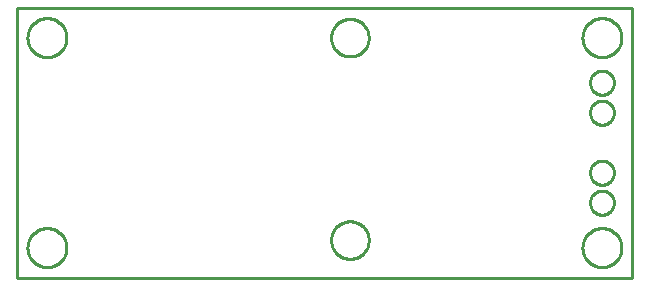
<source format=gbr>
G04 EAGLE Gerber RS-274X export*
G75*
%MOMM*%
%FSLAX34Y34*%
%LPD*%
%IN*%
%IPPOS*%
%AMOC8*
5,1,8,0,0,1.08239X$1,22.5*%
G01*
%ADD10C,0.254000*%


D10*
X0Y0D02*
X520700Y0D01*
X520700Y228600D01*
X0Y228600D01*
X0Y0D01*
X297815Y202680D02*
X297747Y201643D01*
X297611Y200613D01*
X297409Y199593D01*
X297140Y198589D01*
X296805Y197605D01*
X296408Y196645D01*
X295948Y195713D01*
X295428Y194812D01*
X294851Y193948D01*
X294218Y193124D01*
X293533Y192342D01*
X292798Y191607D01*
X292016Y190922D01*
X291192Y190289D01*
X290328Y189712D01*
X289427Y189192D01*
X288495Y188732D01*
X287535Y188335D01*
X286551Y188000D01*
X285547Y187731D01*
X284527Y187529D01*
X283497Y187393D01*
X282460Y187325D01*
X281420Y187325D01*
X280383Y187393D01*
X279353Y187529D01*
X278333Y187731D01*
X277329Y188000D01*
X276345Y188335D01*
X275385Y188732D01*
X274453Y189192D01*
X273552Y189712D01*
X272688Y190289D01*
X271864Y190922D01*
X271082Y191607D01*
X270347Y192342D01*
X269662Y193124D01*
X269029Y193948D01*
X268452Y194812D01*
X267932Y195713D01*
X267472Y196645D01*
X267075Y197605D01*
X266740Y198589D01*
X266471Y199593D01*
X266269Y200613D01*
X266133Y201643D01*
X266065Y202680D01*
X266065Y203720D01*
X266133Y204757D01*
X266269Y205787D01*
X266471Y206807D01*
X266740Y207811D01*
X267075Y208795D01*
X267472Y209755D01*
X267932Y210687D01*
X268452Y211588D01*
X269029Y212452D01*
X269662Y213276D01*
X270347Y214058D01*
X271082Y214793D01*
X271864Y215478D01*
X272688Y216111D01*
X273552Y216688D01*
X274453Y217208D01*
X275385Y217668D01*
X276345Y218065D01*
X277329Y218400D01*
X278333Y218669D01*
X279353Y218871D01*
X280383Y219007D01*
X281420Y219075D01*
X282460Y219075D01*
X283497Y219007D01*
X284527Y218871D01*
X285547Y218669D01*
X286551Y218400D01*
X287535Y218065D01*
X288495Y217668D01*
X289427Y217208D01*
X290328Y216688D01*
X291192Y216111D01*
X292016Y215478D01*
X292798Y214793D01*
X293533Y214058D01*
X294218Y213276D01*
X294851Y212452D01*
X295428Y211588D01*
X295948Y210687D01*
X296408Y209755D01*
X296805Y208795D01*
X297140Y207811D01*
X297409Y206807D01*
X297611Y205787D01*
X297747Y204757D01*
X297815Y203720D01*
X297815Y202680D01*
X297815Y31230D02*
X297747Y30193D01*
X297611Y29163D01*
X297409Y28143D01*
X297140Y27139D01*
X296805Y26155D01*
X296408Y25195D01*
X295948Y24263D01*
X295428Y23362D01*
X294851Y22498D01*
X294218Y21674D01*
X293533Y20892D01*
X292798Y20157D01*
X292016Y19472D01*
X291192Y18839D01*
X290328Y18262D01*
X289427Y17742D01*
X288495Y17282D01*
X287535Y16885D01*
X286551Y16550D01*
X285547Y16281D01*
X284527Y16079D01*
X283497Y15943D01*
X282460Y15875D01*
X281420Y15875D01*
X280383Y15943D01*
X279353Y16079D01*
X278333Y16281D01*
X277329Y16550D01*
X276345Y16885D01*
X275385Y17282D01*
X274453Y17742D01*
X273552Y18262D01*
X272688Y18839D01*
X271864Y19472D01*
X271082Y20157D01*
X270347Y20892D01*
X269662Y21674D01*
X269029Y22498D01*
X268452Y23362D01*
X267932Y24263D01*
X267472Y25195D01*
X267075Y26155D01*
X266740Y27139D01*
X266471Y28143D01*
X266269Y29163D01*
X266133Y30193D01*
X266065Y31230D01*
X266065Y32270D01*
X266133Y33307D01*
X266269Y34337D01*
X266471Y35357D01*
X266740Y36361D01*
X267075Y37345D01*
X267472Y38305D01*
X267932Y39237D01*
X268452Y40138D01*
X269029Y41002D01*
X269662Y41826D01*
X270347Y42608D01*
X271082Y43343D01*
X271864Y44028D01*
X272688Y44661D01*
X273552Y45238D01*
X274453Y45758D01*
X275385Y46218D01*
X276345Y46615D01*
X277329Y46950D01*
X278333Y47219D01*
X279353Y47421D01*
X280383Y47557D01*
X281420Y47625D01*
X282460Y47625D01*
X283497Y47557D01*
X284527Y47421D01*
X285547Y47219D01*
X286551Y46950D01*
X287535Y46615D01*
X288495Y46218D01*
X289427Y45758D01*
X290328Y45238D01*
X291192Y44661D01*
X292016Y44028D01*
X292798Y43343D01*
X293533Y42608D01*
X294218Y41826D01*
X294851Y41002D01*
X295428Y40138D01*
X295948Y39237D01*
X296408Y38305D01*
X296805Y37345D01*
X297140Y36361D01*
X297409Y35357D01*
X297611Y34337D01*
X297747Y33307D01*
X297815Y32270D01*
X297815Y31230D01*
X505460Y164656D02*
X505383Y163773D01*
X505229Y162899D01*
X504999Y162042D01*
X504696Y161208D01*
X504321Y160404D01*
X503877Y159636D01*
X503368Y158909D01*
X502798Y158229D01*
X502171Y157602D01*
X501491Y157032D01*
X500764Y156523D01*
X499996Y156079D01*
X499192Y155704D01*
X498358Y155401D01*
X497501Y155171D01*
X496627Y155017D01*
X495744Y154940D01*
X494856Y154940D01*
X493973Y155017D01*
X493099Y155171D01*
X492242Y155401D01*
X491408Y155704D01*
X490604Y156079D01*
X489836Y156523D01*
X489109Y157032D01*
X488429Y157602D01*
X487802Y158229D01*
X487232Y158909D01*
X486723Y159636D01*
X486279Y160404D01*
X485904Y161208D01*
X485601Y162042D01*
X485371Y162899D01*
X485217Y163773D01*
X485140Y164656D01*
X485140Y165544D01*
X485217Y166427D01*
X485371Y167301D01*
X485601Y168158D01*
X485904Y168992D01*
X486279Y169796D01*
X486723Y170564D01*
X487232Y171291D01*
X487802Y171971D01*
X488429Y172598D01*
X489109Y173168D01*
X489836Y173677D01*
X490604Y174121D01*
X491408Y174496D01*
X492242Y174799D01*
X493099Y175029D01*
X493973Y175183D01*
X494856Y175260D01*
X495744Y175260D01*
X496627Y175183D01*
X497501Y175029D01*
X498358Y174799D01*
X499192Y174496D01*
X499996Y174121D01*
X500764Y173677D01*
X501491Y173168D01*
X502171Y172598D01*
X502798Y171971D01*
X503368Y171291D01*
X503877Y170564D01*
X504321Y169796D01*
X504696Y168992D01*
X504999Y168158D01*
X505229Y167301D01*
X505383Y166427D01*
X505460Y165544D01*
X505460Y164656D01*
X505460Y139256D02*
X505383Y138373D01*
X505229Y137499D01*
X504999Y136642D01*
X504696Y135808D01*
X504321Y135004D01*
X503877Y134236D01*
X503368Y133509D01*
X502798Y132829D01*
X502171Y132202D01*
X501491Y131632D01*
X500764Y131123D01*
X499996Y130679D01*
X499192Y130304D01*
X498358Y130001D01*
X497501Y129771D01*
X496627Y129617D01*
X495744Y129540D01*
X494856Y129540D01*
X493973Y129617D01*
X493099Y129771D01*
X492242Y130001D01*
X491408Y130304D01*
X490604Y130679D01*
X489836Y131123D01*
X489109Y131632D01*
X488429Y132202D01*
X487802Y132829D01*
X487232Y133509D01*
X486723Y134236D01*
X486279Y135004D01*
X485904Y135808D01*
X485601Y136642D01*
X485371Y137499D01*
X485217Y138373D01*
X485140Y139256D01*
X485140Y140144D01*
X485217Y141027D01*
X485371Y141901D01*
X485601Y142758D01*
X485904Y143592D01*
X486279Y144396D01*
X486723Y145164D01*
X487232Y145891D01*
X487802Y146571D01*
X488429Y147198D01*
X489109Y147768D01*
X489836Y148277D01*
X490604Y148721D01*
X491408Y149096D01*
X492242Y149399D01*
X493099Y149629D01*
X493973Y149783D01*
X494856Y149860D01*
X495744Y149860D01*
X496627Y149783D01*
X497501Y149629D01*
X498358Y149399D01*
X499192Y149096D01*
X499996Y148721D01*
X500764Y148277D01*
X501491Y147768D01*
X502171Y147198D01*
X502798Y146571D01*
X503368Y145891D01*
X503877Y145164D01*
X504321Y144396D01*
X504696Y143592D01*
X504999Y142758D01*
X505229Y141901D01*
X505383Y141027D01*
X505460Y140144D01*
X505460Y139256D01*
X505460Y63056D02*
X505383Y62173D01*
X505229Y61299D01*
X504999Y60442D01*
X504696Y59608D01*
X504321Y58804D01*
X503877Y58036D01*
X503368Y57309D01*
X502798Y56629D01*
X502171Y56002D01*
X501491Y55432D01*
X500764Y54923D01*
X499996Y54479D01*
X499192Y54104D01*
X498358Y53801D01*
X497501Y53571D01*
X496627Y53417D01*
X495744Y53340D01*
X494856Y53340D01*
X493973Y53417D01*
X493099Y53571D01*
X492242Y53801D01*
X491408Y54104D01*
X490604Y54479D01*
X489836Y54923D01*
X489109Y55432D01*
X488429Y56002D01*
X487802Y56629D01*
X487232Y57309D01*
X486723Y58036D01*
X486279Y58804D01*
X485904Y59608D01*
X485601Y60442D01*
X485371Y61299D01*
X485217Y62173D01*
X485140Y63056D01*
X485140Y63944D01*
X485217Y64827D01*
X485371Y65701D01*
X485601Y66558D01*
X485904Y67392D01*
X486279Y68196D01*
X486723Y68964D01*
X487232Y69691D01*
X487802Y70371D01*
X488429Y70998D01*
X489109Y71568D01*
X489836Y72077D01*
X490604Y72521D01*
X491408Y72896D01*
X492242Y73199D01*
X493099Y73429D01*
X493973Y73583D01*
X494856Y73660D01*
X495744Y73660D01*
X496627Y73583D01*
X497501Y73429D01*
X498358Y73199D01*
X499192Y72896D01*
X499996Y72521D01*
X500764Y72077D01*
X501491Y71568D01*
X502171Y70998D01*
X502798Y70371D01*
X503368Y69691D01*
X503877Y68964D01*
X504321Y68196D01*
X504696Y67392D01*
X504999Y66558D01*
X505229Y65701D01*
X505383Y64827D01*
X505460Y63944D01*
X505460Y63056D01*
X505460Y88456D02*
X505383Y87573D01*
X505229Y86699D01*
X504999Y85842D01*
X504696Y85008D01*
X504321Y84204D01*
X503877Y83436D01*
X503368Y82709D01*
X502798Y82029D01*
X502171Y81402D01*
X501491Y80832D01*
X500764Y80323D01*
X499996Y79879D01*
X499192Y79504D01*
X498358Y79201D01*
X497501Y78971D01*
X496627Y78817D01*
X495744Y78740D01*
X494856Y78740D01*
X493973Y78817D01*
X493099Y78971D01*
X492242Y79201D01*
X491408Y79504D01*
X490604Y79879D01*
X489836Y80323D01*
X489109Y80832D01*
X488429Y81402D01*
X487802Y82029D01*
X487232Y82709D01*
X486723Y83436D01*
X486279Y84204D01*
X485904Y85008D01*
X485601Y85842D01*
X485371Y86699D01*
X485217Y87573D01*
X485140Y88456D01*
X485140Y89344D01*
X485217Y90227D01*
X485371Y91101D01*
X485601Y91958D01*
X485904Y92792D01*
X486279Y93596D01*
X486723Y94364D01*
X487232Y95091D01*
X487802Y95771D01*
X488429Y96398D01*
X489109Y96968D01*
X489836Y97477D01*
X490604Y97921D01*
X491408Y98296D01*
X492242Y98599D01*
X493099Y98829D01*
X493973Y98983D01*
X494856Y99060D01*
X495744Y99060D01*
X496627Y98983D01*
X497501Y98829D01*
X498358Y98599D01*
X499192Y98296D01*
X499996Y97921D01*
X500764Y97477D01*
X501491Y96968D01*
X502171Y96398D01*
X502798Y95771D01*
X503368Y95091D01*
X503877Y94364D01*
X504321Y93596D01*
X504696Y92792D01*
X504999Y91958D01*
X505229Y91101D01*
X505383Y90227D01*
X505460Y89344D01*
X505460Y88456D01*
X41910Y24860D02*
X41839Y23781D01*
X41698Y22709D01*
X41487Y21649D01*
X41208Y20605D01*
X40860Y19581D01*
X40446Y18583D01*
X39968Y17613D01*
X39428Y16677D01*
X38827Y15778D01*
X38169Y14921D01*
X37457Y14108D01*
X36692Y13344D01*
X35879Y12631D01*
X35022Y11973D01*
X34123Y11372D01*
X33187Y10832D01*
X32217Y10354D01*
X31219Y9940D01*
X30195Y9592D01*
X29151Y9313D01*
X28091Y9102D01*
X27019Y8961D01*
X25940Y8890D01*
X24860Y8890D01*
X23781Y8961D01*
X22709Y9102D01*
X21649Y9313D01*
X20605Y9592D01*
X19581Y9940D01*
X18583Y10354D01*
X17613Y10832D01*
X16677Y11372D01*
X15778Y11973D01*
X14921Y12631D01*
X14108Y13344D01*
X13344Y14108D01*
X12631Y14921D01*
X11973Y15778D01*
X11372Y16677D01*
X10832Y17613D01*
X10354Y18583D01*
X9940Y19581D01*
X9592Y20605D01*
X9313Y21649D01*
X9102Y22709D01*
X8961Y23781D01*
X8890Y24860D01*
X8890Y25940D01*
X8961Y27019D01*
X9102Y28091D01*
X9313Y29151D01*
X9592Y30195D01*
X9940Y31219D01*
X10354Y32217D01*
X10832Y33187D01*
X11372Y34123D01*
X11973Y35022D01*
X12631Y35879D01*
X13344Y36692D01*
X14108Y37457D01*
X14921Y38169D01*
X15778Y38827D01*
X16677Y39428D01*
X17613Y39968D01*
X18583Y40446D01*
X19581Y40860D01*
X20605Y41208D01*
X21649Y41487D01*
X22709Y41698D01*
X23781Y41839D01*
X24860Y41910D01*
X25940Y41910D01*
X27019Y41839D01*
X28091Y41698D01*
X29151Y41487D01*
X30195Y41208D01*
X31219Y40860D01*
X32217Y40446D01*
X33187Y39968D01*
X34123Y39428D01*
X35022Y38827D01*
X35879Y38169D01*
X36692Y37457D01*
X37457Y36692D01*
X38169Y35879D01*
X38827Y35022D01*
X39428Y34123D01*
X39968Y33187D01*
X40446Y32217D01*
X40860Y31219D01*
X41208Y30195D01*
X41487Y29151D01*
X41698Y28091D01*
X41839Y27019D01*
X41910Y25940D01*
X41910Y24860D01*
X41910Y202660D02*
X41839Y201581D01*
X41698Y200509D01*
X41487Y199449D01*
X41208Y198405D01*
X40860Y197381D01*
X40446Y196383D01*
X39968Y195413D01*
X39428Y194477D01*
X38827Y193578D01*
X38169Y192721D01*
X37457Y191908D01*
X36692Y191144D01*
X35879Y190431D01*
X35022Y189773D01*
X34123Y189172D01*
X33187Y188632D01*
X32217Y188154D01*
X31219Y187740D01*
X30195Y187392D01*
X29151Y187113D01*
X28091Y186902D01*
X27019Y186761D01*
X25940Y186690D01*
X24860Y186690D01*
X23781Y186761D01*
X22709Y186902D01*
X21649Y187113D01*
X20605Y187392D01*
X19581Y187740D01*
X18583Y188154D01*
X17613Y188632D01*
X16677Y189172D01*
X15778Y189773D01*
X14921Y190431D01*
X14108Y191144D01*
X13344Y191908D01*
X12631Y192721D01*
X11973Y193578D01*
X11372Y194477D01*
X10832Y195413D01*
X10354Y196383D01*
X9940Y197381D01*
X9592Y198405D01*
X9313Y199449D01*
X9102Y200509D01*
X8961Y201581D01*
X8890Y202660D01*
X8890Y203740D01*
X8961Y204819D01*
X9102Y205891D01*
X9313Y206951D01*
X9592Y207995D01*
X9940Y209019D01*
X10354Y210017D01*
X10832Y210987D01*
X11372Y211923D01*
X11973Y212822D01*
X12631Y213679D01*
X13344Y214492D01*
X14108Y215257D01*
X14921Y215969D01*
X15778Y216627D01*
X16677Y217228D01*
X17613Y217768D01*
X18583Y218246D01*
X19581Y218660D01*
X20605Y219008D01*
X21649Y219287D01*
X22709Y219498D01*
X23781Y219639D01*
X24860Y219710D01*
X25940Y219710D01*
X27019Y219639D01*
X28091Y219498D01*
X29151Y219287D01*
X30195Y219008D01*
X31219Y218660D01*
X32217Y218246D01*
X33187Y217768D01*
X34123Y217228D01*
X35022Y216627D01*
X35879Y215969D01*
X36692Y215257D01*
X37457Y214492D01*
X38169Y213679D01*
X38827Y212822D01*
X39428Y211923D01*
X39968Y210987D01*
X40446Y210017D01*
X40860Y209019D01*
X41208Y207995D01*
X41487Y206951D01*
X41698Y205891D01*
X41839Y204819D01*
X41910Y203740D01*
X41910Y202660D01*
X511810Y202660D02*
X511739Y201581D01*
X511598Y200509D01*
X511387Y199449D01*
X511108Y198405D01*
X510760Y197381D01*
X510346Y196383D01*
X509868Y195413D01*
X509328Y194477D01*
X508727Y193578D01*
X508069Y192721D01*
X507357Y191908D01*
X506592Y191144D01*
X505779Y190431D01*
X504922Y189773D01*
X504023Y189172D01*
X503087Y188632D01*
X502117Y188154D01*
X501119Y187740D01*
X500095Y187392D01*
X499051Y187113D01*
X497991Y186902D01*
X496919Y186761D01*
X495840Y186690D01*
X494760Y186690D01*
X493681Y186761D01*
X492609Y186902D01*
X491549Y187113D01*
X490505Y187392D01*
X489481Y187740D01*
X488483Y188154D01*
X487513Y188632D01*
X486577Y189172D01*
X485678Y189773D01*
X484821Y190431D01*
X484008Y191144D01*
X483244Y191908D01*
X482531Y192721D01*
X481873Y193578D01*
X481272Y194477D01*
X480732Y195413D01*
X480254Y196383D01*
X479840Y197381D01*
X479492Y198405D01*
X479213Y199449D01*
X479002Y200509D01*
X478861Y201581D01*
X478790Y202660D01*
X478790Y203740D01*
X478861Y204819D01*
X479002Y205891D01*
X479213Y206951D01*
X479492Y207995D01*
X479840Y209019D01*
X480254Y210017D01*
X480732Y210987D01*
X481272Y211923D01*
X481873Y212822D01*
X482531Y213679D01*
X483244Y214492D01*
X484008Y215257D01*
X484821Y215969D01*
X485678Y216627D01*
X486577Y217228D01*
X487513Y217768D01*
X488483Y218246D01*
X489481Y218660D01*
X490505Y219008D01*
X491549Y219287D01*
X492609Y219498D01*
X493681Y219639D01*
X494760Y219710D01*
X495840Y219710D01*
X496919Y219639D01*
X497991Y219498D01*
X499051Y219287D01*
X500095Y219008D01*
X501119Y218660D01*
X502117Y218246D01*
X503087Y217768D01*
X504023Y217228D01*
X504922Y216627D01*
X505779Y215969D01*
X506592Y215257D01*
X507357Y214492D01*
X508069Y213679D01*
X508727Y212822D01*
X509328Y211923D01*
X509868Y210987D01*
X510346Y210017D01*
X510760Y209019D01*
X511108Y207995D01*
X511387Y206951D01*
X511598Y205891D01*
X511739Y204819D01*
X511810Y203740D01*
X511810Y202660D01*
X511810Y24860D02*
X511739Y23781D01*
X511598Y22709D01*
X511387Y21649D01*
X511108Y20605D01*
X510760Y19581D01*
X510346Y18583D01*
X509868Y17613D01*
X509328Y16677D01*
X508727Y15778D01*
X508069Y14921D01*
X507357Y14108D01*
X506592Y13344D01*
X505779Y12631D01*
X504922Y11973D01*
X504023Y11372D01*
X503087Y10832D01*
X502117Y10354D01*
X501119Y9940D01*
X500095Y9592D01*
X499051Y9313D01*
X497991Y9102D01*
X496919Y8961D01*
X495840Y8890D01*
X494760Y8890D01*
X493681Y8961D01*
X492609Y9102D01*
X491549Y9313D01*
X490505Y9592D01*
X489481Y9940D01*
X488483Y10354D01*
X487513Y10832D01*
X486577Y11372D01*
X485678Y11973D01*
X484821Y12631D01*
X484008Y13344D01*
X483244Y14108D01*
X482531Y14921D01*
X481873Y15778D01*
X481272Y16677D01*
X480732Y17613D01*
X480254Y18583D01*
X479840Y19581D01*
X479492Y20605D01*
X479213Y21649D01*
X479002Y22709D01*
X478861Y23781D01*
X478790Y24860D01*
X478790Y25940D01*
X478861Y27019D01*
X479002Y28091D01*
X479213Y29151D01*
X479492Y30195D01*
X479840Y31219D01*
X480254Y32217D01*
X480732Y33187D01*
X481272Y34123D01*
X481873Y35022D01*
X482531Y35879D01*
X483244Y36692D01*
X484008Y37457D01*
X484821Y38169D01*
X485678Y38827D01*
X486577Y39428D01*
X487513Y39968D01*
X488483Y40446D01*
X489481Y40860D01*
X490505Y41208D01*
X491549Y41487D01*
X492609Y41698D01*
X493681Y41839D01*
X494760Y41910D01*
X495840Y41910D01*
X496919Y41839D01*
X497991Y41698D01*
X499051Y41487D01*
X500095Y41208D01*
X501119Y40860D01*
X502117Y40446D01*
X503087Y39968D01*
X504023Y39428D01*
X504922Y38827D01*
X505779Y38169D01*
X506592Y37457D01*
X507357Y36692D01*
X508069Y35879D01*
X508727Y35022D01*
X509328Y34123D01*
X509868Y33187D01*
X510346Y32217D01*
X510760Y31219D01*
X511108Y30195D01*
X511387Y29151D01*
X511598Y28091D01*
X511739Y27019D01*
X511810Y25940D01*
X511810Y24860D01*
M02*

</source>
